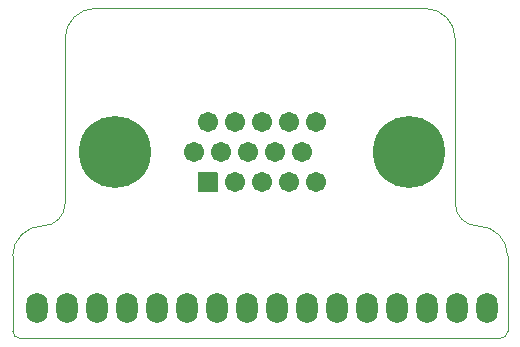
<source format=gbr>
G04 #@! TF.GenerationSoftware,KiCad,Pcbnew,5.1.7-a382d34a8~88~ubuntu20.04.1*
G04 #@! TF.CreationDate,2020-12-18T13:14:18-06:00*
G04 #@! TF.ProjectId,VGA,5647412e-6b69-4636-9164-5f7063625858,1.1*
G04 #@! TF.SameCoordinates,Original*
G04 #@! TF.FileFunction,Soldermask,Bot*
G04 #@! TF.FilePolarity,Negative*
%FSLAX46Y46*%
G04 Gerber Fmt 4.6, Leading zero omitted, Abs format (unit mm)*
G04 Created by KiCad (PCBNEW 5.1.7-a382d34a8~88~ubuntu20.04.1) date 2020-12-18 13:14:18*
%MOMM*%
%LPD*%
G01*
G04 APERTURE LIST*
G04 #@! TA.AperFunction,Profile*
%ADD10C,0.050000*%
G04 #@! TD*
%ADD11C,6.102000*%
%ADD12O,1.802000X2.602000*%
%ADD13C,1.702000*%
G04 APERTURE END LIST*
D10*
X139065000Y-123190000D02*
G75*
G02*
X137160000Y-125095000I-1905000J0D01*
G01*
X134620000Y-127635000D02*
G75*
G02*
X137160000Y-125095000I2540000J0D01*
G01*
X173990000Y-125095000D02*
G75*
G02*
X172085000Y-123190000I0J1905000D01*
G01*
X134620000Y-133985000D02*
X134620000Y-127635000D01*
X173990000Y-125095000D02*
G75*
G02*
X176530000Y-127635000I0J-2540000D01*
G01*
X176530000Y-133985000D02*
X176530000Y-127635000D01*
X139065000Y-109220000D02*
G75*
G02*
X141605000Y-106680000I2540000J0D01*
G01*
X169545000Y-106680000D02*
G75*
G02*
X172085000Y-109220000I0J-2540000D01*
G01*
X176530000Y-133985000D02*
G75*
G02*
X175895000Y-134620000I-635000J0D01*
G01*
X135255000Y-134620000D02*
G75*
G02*
X134620000Y-133985000I0J635000D01*
G01*
X139065000Y-109220000D02*
X139065000Y-123190000D01*
X169545000Y-106680000D02*
X141605000Y-106680000D01*
X172085000Y-123190000D02*
X172085000Y-109220000D01*
X135255000Y-134620000D02*
X175895000Y-134620000D01*
X139065000Y-123190000D02*
G75*
G02*
X137160000Y-125095000I-1905000J0D01*
G01*
X134620000Y-127635000D02*
G75*
G02*
X137160000Y-125095000I2540000J0D01*
G01*
X173990000Y-125095000D02*
G75*
G02*
X172085000Y-123190000I0J1905000D01*
G01*
X134620000Y-133985000D02*
X134620000Y-127635000D01*
X173990000Y-125095000D02*
G75*
G02*
X176530000Y-127635000I0J-2540000D01*
G01*
X176530000Y-133985000D02*
X176530000Y-127635000D01*
X139065000Y-109220000D02*
G75*
G02*
X141605000Y-106680000I2540000J0D01*
G01*
X169545000Y-106680000D02*
G75*
G02*
X172085000Y-109220000I0J-2540000D01*
G01*
X176530000Y-133985000D02*
G75*
G02*
X175895000Y-134620000I-635000J0D01*
G01*
X135255000Y-134620000D02*
G75*
G02*
X134620000Y-133985000I0J635000D01*
G01*
X139065000Y-109220000D02*
X139065000Y-123190000D01*
X169545000Y-106680000D02*
X141605000Y-106680000D01*
X172085000Y-123190000D02*
X172085000Y-109220000D01*
X135255000Y-134620000D02*
X175895000Y-134620000D01*
D11*
X168148000Y-118872000D03*
X143256000Y-118872000D03*
D12*
X136652000Y-132080000D03*
X139192000Y-132080000D03*
X141732000Y-132080000D03*
X144272000Y-132080000D03*
X146812000Y-132080000D03*
X149352000Y-132080000D03*
X151892000Y-132080000D03*
X154432000Y-132080000D03*
X156972000Y-132080000D03*
X159512000Y-132080000D03*
X162052000Y-132080000D03*
X164592000Y-132080000D03*
X167132000Y-132080000D03*
X169672000Y-132080000D03*
X172212000Y-132080000D03*
X174752000Y-132080000D03*
G36*
G01*
X151981000Y-120612000D02*
X151981000Y-122212000D01*
G75*
G02*
X151930000Y-122263000I-51000J0D01*
G01*
X150330000Y-122263000D01*
G75*
G02*
X150279000Y-122212000I0J51000D01*
G01*
X150279000Y-120612000D01*
G75*
G02*
X150330000Y-120561000I51000J0D01*
G01*
X151930000Y-120561000D01*
G75*
G02*
X151981000Y-120612000I0J-51000D01*
G01*
G37*
D13*
X153420000Y-121412000D03*
X155710000Y-121412000D03*
X158000000Y-121412000D03*
X160290000Y-121412000D03*
X149985000Y-118872000D03*
X152275000Y-118872000D03*
X154565000Y-118872000D03*
X156855000Y-118872000D03*
X159145000Y-118872000D03*
X151130000Y-116332000D03*
X153420000Y-116332000D03*
X155710000Y-116332000D03*
X158000000Y-116332000D03*
X160290000Y-116332000D03*
M02*

</source>
